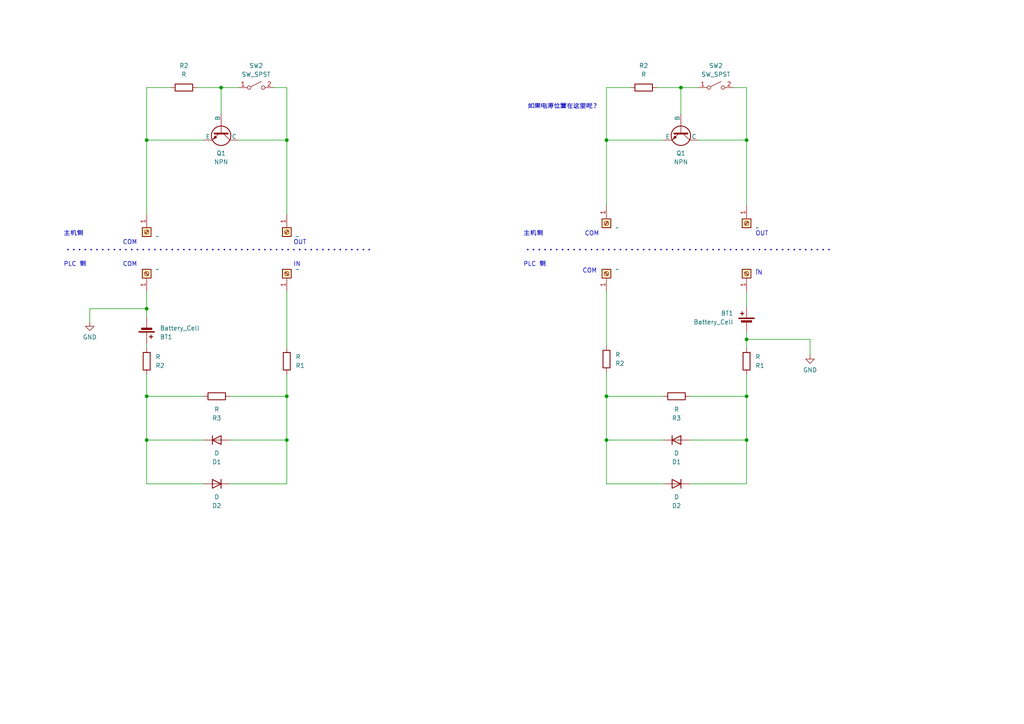
<source format=kicad_sch>
(kicad_sch (version 20230121) (generator eeschema)
  (paper "A4")
  (lib_symbols
    (symbol "Connector:Screw_Terminal_01x01" (pin_names (offset 1.016) hide)
      (property "Reference" "J" (at 0 2.54 0))
      (property "Value" "Screw_Terminal_01x01" (at 0 -2.54 0))
      (symbol "Screw_Terminal_01x01_1_1"
        (rectangle (start -1.27 1.27) (end 1.27 -1.27) (stroke (width 0.254)) (fill (type background)))
        (polyline (pts (xy -0.5334 0.3302) (xy 0.3302 -0.508)) (stroke (width 0.1524)))
        (polyline (pts (xy -0.3556 0.508) (xy 0.508 -0.3302)) (stroke (width 0.1524)))
        (circle (center 0 0) (radius 0.635) (stroke (width 0.1524)))
        (pin passive line (at -5.08 0 0) (length 3.81) (name "Pin_1") (number "1"))
      )
    )
    (symbol "Device:Battery_Cell" (pin_numbers hide) (pin_names (offset 0) hide)
      (property "Reference" "BT" (at 2.54 2.54 0))
      (property "Value" "Battery_Cell" (at 2.54 0 0))
      (symbol "Battery_Cell_0_1"
        (rectangle (start -2.286 1.778) (end 2.286 1.524) (fill (type outline)))
        (rectangle (start -1.524 1.016) (end 1.524 0.508) (fill (type outline)))
        (polyline (pts (xy 0 0.762) (xy 0 0)))
        (polyline (pts (xy 0 1.778) (xy 0 2.54)))
        (polyline (pts (xy 0.762 3.048) (xy 1.778 3.048)) (stroke (width 0.254)))
        (polyline (pts (xy 1.27 3.556) (xy 1.27 2.54)) (stroke (width 0.254)))
      )
      (symbol "Battery_Cell_1_1"
        (pin passive line (at 0 5.08 270) (length 2.54) (name "+") (number "1"))
        (pin passive line (at 0 -2.54 90) (length 2.54) (name "-") (number "2"))
      )
    )
    (symbol "Device:D" (pin_numbers hide) (pin_names (offset 1.016) hide)
      (property "Reference" "D" (at 0 2.54 0))
      (property "Value" "D" (at 0 -2.54 0))
      (symbol "D_0_1"
        (polyline (pts (xy -1.27 1.27) (xy -1.27 -1.27)) (stroke (width 0.254)))
        (polyline (pts (xy 1.27 0) (xy -1.27 0)))
        (polyline (pts (xy 1.27 1.27) (xy 1.27 -1.27) (xy -1.27 0) (xy 1.27 1.27)) (stroke (width 0.254)))
      )
      (symbol "D_1_1"
        (pin passive line (at -3.81 0 0) (length 2.54) (name "K") (number "1"))
        (pin passive line (at 3.81 0 180) (length 2.54) (name "A") (number "2"))
      )
    )
    (symbol "Device:R" (pin_numbers hide) (pin_names (offset 0))
      (property "Reference" "R" (at 2.032 0 90))
      (property "Value" "R" (at 0 0 90))
      (symbol "R_0_1"
        (rectangle (start -1.016 -2.54) (end 1.016 2.54) (stroke (width 0.254)))
      )
      (symbol "R_1_1"
        (pin passive line (at 0 3.81 270) (length 1.27) (name "~") (number "1"))
        (pin passive line (at 0 -3.81 90) (length 1.27) (name "~") (number "2"))
      )
    )
    (symbol "Simulation_SPICE:NPN" (pin_numbers hide) (pin_names (offset 0))
      (property "Reference" "Q" (at -2.54 7.62 0))
      (property "Value" "NPN" (at -2.54 5.08 0))
      (symbol "NPN_0_1"
        (polyline (pts (xy -2.54 0) (xy 0.635 0)) (stroke (width 0.1524)))
        (polyline (pts (xy 0.635 0.635) (xy 2.54 2.54)))
        (polyline (pts (xy 2.794 -1.27) (xy 2.794 -1.27)) (stroke (width 0.1524)))
        (polyline (pts (xy 2.794 -1.27) (xy 2.794 -1.27)) (stroke (width 0.1524)))
        (polyline (pts (xy 0.635 -0.635) (xy 2.54 -2.54) (xy 2.54 -2.54)))
        (polyline (pts (xy 0.635 1.905) (xy 0.635 -1.905) (xy 0.635 -1.905)) (stroke (width 0.508)))
        (polyline (pts (xy 1.27 -1.778) (xy 1.778 -1.27) (xy 2.286 -2.286) (xy 1.27 -1.778) (xy 1.27 -1.778)) (fill (type outline)))
        (circle (center 1.27 0) (radius 2.8194) (stroke (width 0.254)))
      )
      (symbol "NPN_1_1"
        (pin open_collector line (at 2.54 5.08 270) (length 2.54) (name "C") (number "1"))
        (pin input line (at -5.08 0 0) (length 2.54) (name "B") (number "2"))
        (pin open_emitter line (at 2.54 -5.08 90) (length 2.54) (name "E") (number "3"))
      )
    )
    (symbol "Switch:SW_SPST" (pin_names (offset 0) hide)
      (property "Reference" "SW" (at 0 3.175 0))
      (property "Value" "SW_SPST" (at 0 -2.54 0))
      (symbol "SW_SPST_0_0"
        (circle (center -2.032 0) (radius 0.508))
        (polyline (pts (xy -1.524 0.254) (xy 1.524 1.778)))
        (circle (center 2.032 0) (radius 0.508))
      )
      (symbol "SW_SPST_1_1"
        (pin passive line (at -5.08 0 0) (length 2.54) (name "A") (number "1"))
        (pin passive line (at 5.08 0 180) (length 2.54) (name "B") (number "2"))
      )
    )
    (symbol "power:GND" (power) (pin_names (offset 0))
      (property "Value" "GND" (at 0 -3.81 0))
      (symbol "GND_0_1"
        (polyline (pts (xy 0 0) (xy 0 -1.27) (xy 1.27 -1.27) (xy 0 -2.54) (xy -1.27 -1.27) (xy 0 -1.27)))
      )
      (symbol "GND_1_1"
        (pin power_in line (at 0 0 270) (length 0) hide (name "GND") (number "1"))
      )
    )
  )
  (junction (at 175.895 114.935))
  (junction (at 175.895 40.64))
  (junction (at 42.545 114.935))
  (junction (at 42.545 40.64))
  (junction (at 216.535 98.425))
  (junction (at 42.545 89.535))
  (junction (at 64.135 25.4))
  (junction (at 197.485 25.4))
  (junction (at 216.535 114.935))
  (junction (at 216.535 40.64))
  (junction (at 83.185 127.635))
  (junction (at 216.535 127.635))
  (junction (at 83.185 114.935))
  (junction (at 175.895 127.635))
  (junction (at 42.545 127.635))
  (junction (at 83.185 40.64))
  (wire (pts (xy 83.185 40.64) (xy 83.185 62.23)))
  (wire (pts (xy 42.545 114.935) (xy 59.055 114.935)))
  (wire (pts (xy 200.025 140.335) (xy 216.535 140.335)))
  (wire (pts (xy 216.535 98.425) (xy 216.535 96.52)))
  (wire (pts (xy 59.055 40.64) (xy 42.545 40.64)))
  (polyline (pts (xy 19.685 72.39) (xy 108.585 72.39)) (stroke (width 0.4) (type dot)))
  (wire (pts (xy 234.95 98.425) (xy 216.535 98.425)))
  (wire (pts (xy 42.545 25.4) (xy 42.545 40.64)))
  (wire (pts (xy 175.895 140.335) (xy 175.895 127.635)))
  (wire (pts (xy 212.725 25.4) (xy 216.535 25.4)))
  (wire (pts (xy 83.185 114.935) (xy 83.185 108.585)))
  (wire (pts (xy 69.215 40.64) (xy 83.185 40.64)))
  (wire (pts (xy 197.485 25.4) (xy 202.565 25.4)))
  (wire (pts (xy 42.545 40.64) (xy 42.545 62.23)))
  (wire (pts (xy 216.535 40.64) (xy 216.535 59.69)))
  (wire (pts (xy 59.055 140.335) (xy 42.545 140.335)))
  (wire (pts (xy 42.545 99.695) (xy 42.545 100.965)))
  (wire (pts (xy 192.405 140.335) (xy 175.895 140.335)))
  (wire (pts (xy 83.185 127.635) (xy 83.185 114.935)))
  (wire (pts (xy 216.535 140.335) (xy 216.535 127.635)))
  (wire (pts (xy 197.485 33.02) (xy 197.485 25.4)))
  (wire (pts (xy 26.035 93.345) (xy 26.035 89.535)))
  (wire (pts (xy 216.535 98.425) (xy 216.535 100.965)))
  (wire (pts (xy 64.135 25.4) (xy 69.215 25.4)))
  (wire (pts (xy 216.535 127.635) (xy 216.535 114.935)))
  (wire (pts (xy 59.055 127.635) (xy 42.545 127.635)))
  (wire (pts (xy 42.545 25.4) (xy 49.53 25.4)))
  (wire (pts (xy 192.405 127.635) (xy 175.895 127.635)))
  (wire (pts (xy 175.895 114.935) (xy 192.405 114.935)))
  (wire (pts (xy 175.895 25.4) (xy 182.88 25.4)))
  (wire (pts (xy 26.035 89.535) (xy 42.545 89.535)))
  (wire (pts (xy 42.545 127.635) (xy 42.545 114.935)))
  (wire (pts (xy 42.545 108.585) (xy 42.545 114.935)))
  (wire (pts (xy 83.185 140.335) (xy 83.185 127.635)))
  (wire (pts (xy 200.025 127.635) (xy 216.535 127.635)))
  (wire (pts (xy 234.95 98.425) (xy 234.95 102.87)))
  (wire (pts (xy 42.545 140.335) (xy 42.545 127.635)))
  (wire (pts (xy 216.535 114.935) (xy 216.535 108.585)))
  (wire (pts (xy 64.135 33.02) (xy 64.135 25.4)))
  (wire (pts (xy 175.895 40.64) (xy 175.895 59.69)))
  (wire (pts (xy 42.545 89.535) (xy 42.545 84.455)))
  (wire (pts (xy 216.535 25.4) (xy 216.535 40.64)))
  (wire (pts (xy 175.895 25.4) (xy 175.895 40.64)))
  (wire (pts (xy 200.025 114.935) (xy 216.535 114.935)))
  (polyline (pts (xy 153.035 72.39) (xy 241.935 72.39)) (stroke (width 0.4) (type dot)))
  (wire (pts (xy 216.535 88.9) (xy 216.535 84.455)))
  (wire (pts (xy 66.675 114.935) (xy 83.185 114.935)))
  (wire (pts (xy 66.675 140.335) (xy 83.185 140.335)))
  (wire (pts (xy 66.675 127.635) (xy 83.185 127.635)))
  (wire (pts (xy 192.405 40.64) (xy 175.895 40.64)))
  (wire (pts (xy 175.895 84.455) (xy 175.895 100.33)))
  (wire (pts (xy 175.895 127.635) (xy 175.895 114.935)))
  (wire (pts (xy 83.185 84.455) (xy 83.185 100.965)))
  (wire (pts (xy 190.5 25.4) (xy 197.485 25.4)))
  (wire (pts (xy 83.185 25.4) (xy 83.185 40.64)))
  (wire (pts (xy 202.565 40.64) (xy 216.535 40.64)))
  (wire (pts (xy 175.895 107.95) (xy 175.895 114.935)))
  (wire (pts (xy 57.15 25.4) (xy 64.135 25.4)))
  (wire (pts (xy 42.545 92.075) (xy 42.545 89.535)))
  (wire (pts (xy 79.375 25.4) (xy 83.185 25.4)))
  (text "COM" (at 35.56 77.47 0) (effects (font (size 1.27 1.27)) (justify left bottom)))
  (text "COM" (at 168.91 79.375 0) (effects (font (size 1.27 1.27)) (justify left bottom)))
  (text "主机侧" (at 151.765 68.58 0) (effects (font (size 1.27 1.27)) (justify left bottom)))
  (text "IN" (at 219.075 80.01 0) (effects (font (size 1.27 1.27)) (justify left bottom)))
  (text "IN" (at 85.09 77.47 0) (effects (font (size 1.27 1.27)) (justify left bottom)))
  (text "COM" (at 35.56 71.12 0) (effects (font (size 1.27 1.27)) (justify left bottom)))
  (text "COM" (at 169.545 68.58 0) (effects (font (size 1.27 1.27)) (justify left bottom)))
  (text "如果电源位置在这里呢？" (at 153.035 31.75 0) (effects (font (size 1.27 1.27)) (justify left bottom)))
  (text "OUT\n" (at 219.075 68.58 0) (effects (font (size 1.27 1.27)) (justify left bottom)))
  (text "OUT\n" (at 85.09 71.12 0) (effects (font (size 1.27 1.27)) (justify left bottom)))
  (text "PLC 侧" (at 18.415 77.47 0) (effects (font (size 1.27 1.27)) (justify left bottom)))
  (text "主机侧" (at 18.415 68.58 0) (effects (font (size 1.27 1.27)) (justify left bottom)))
  (text "PLC 侧" (at 151.765 77.47 0) (effects (font (size 1.27 1.27)) (justify left bottom)))
  (symbol (lib_id "Device:D") (at 196.215 140.335 0) (mirror y) (unit 1)
    (property "Reference" "D2" (at 196.215 146.685 0))
    (property "Value" "D" (at 196.215 144.145 0))
    (property "Sim.Device" "D" (effects hide))
    (property "Sim.Pins" "1=K 2=A" (effects hide))
    (instances (project "SimpeIODiagram" (path "" (reference "D2") (unit 1)) (path "" (reference "D3") (unit 1)) (path "" (reference "D12") (unit 1))))
  )
  (symbol (lib_id "power:GND") (at 26.035 93.345 0) (unit 1)
    (property "Reference" "#PWR02" (effects hide))
    (property "Value" "GND" (at 26.035 97.79 0))
    (instances (project "SimpeIODiagram" (path "" (reference "#PWR02") (unit 1)) (path "" (reference "#PWR03") (unit 1))))
  )
  (symbol (lib_id "Device:D") (at 196.215 127.635 0) (mirror x) (unit 1)
    (property "Reference" "D1" (at 196.215 133.985 0))
    (property "Value" "D" (at 196.215 131.445 0))
    (property "Sim.Device" "D" (effects hide))
    (property "Sim.Pins" "1=K 2=A" (effects hide))
    (instances (project "SimpeIODiagram" (path "" (reference "D1") (unit 1)) (path "" (reference "D4") (unit 1)) (path "" (reference "D11") (unit 1))))
  )
  (symbol (lib_id "Connector:Screw_Terminal_01x01") (at 83.185 79.375 270) (mirror x) (unit 1)
    (property "Reference" "J15" (effects hide))
    (property "Value" "~" (at 85.725 78.105 90) (effects (justify left)))
    (instances (project "SimpeIODiagram" (path "" (reference "J15") (unit 1)) (path "" (reference "J22") (unit 1))))
  )
  (symbol (lib_id "Connector:Screw_Terminal_01x01") (at 42.545 67.31 270) (unit 1)
    (property "Reference" "J11" (effects hide))
    (property "Value" "~" (at 45.085 68.58 90) (effects (justify left)))
    (instances (project "SimpeIODiagram" (path "" (reference "J11") (unit 1)) (path "" (reference "J29") (unit 1))))
  )
  (symbol (lib_id "Connector:Screw_Terminal_01x01") (at 175.895 79.375 270) (mirror x) (unit 1)
    (property "Reference" "J11" (effects hide))
    (property "Value" "~" (at 178.435 78.105 90) (effects (justify left)))
    (instances (project "SimpeIODiagram" (path "" (reference "J11") (unit 1)) (path "" (reference "J17") (unit 1))))
  )
  (symbol (lib_id "Simulation_SPICE:NPN") (at 197.485 38.1 270) (unit 1)
    (property "Reference" "Q1" (at 197.485 44.45 90))
    (property "Value" "NPN" (at 197.485 46.99 90))
    (property "Sim.Device" "NPN" (effects hide))
    (property "Sim.Type" "GUMMELPOON" (effects hide))
    (property "Sim.Pins" "1=C 2=B 3=E" (effects hide))
    (instances (project "SimpeIODiagram" (path "" (reference "Q1") (unit 1)) (path "" (reference "Q1") (unit 1)) (path "" (reference "Q5") (unit 1))))
  )
  (symbol (lib_id "Device:R") (at 53.34 25.4 90) (unit 1)
    (property "Reference" "R2" (at 53.34 19.05 90))
    (property "Value" "R" (at 53.34 21.59 90))
    (instances (project "SimpeIODiagram" (path "" (reference "R2") (unit 1)) (path "" (reference "R31") (unit 1)) (path "" (reference "R15") (unit 1))))
  )
  (symbol (lib_id "Connector:Screw_Terminal_01x01") (at 175.895 64.77 270) (unit 1)
    (property "Reference" "J11" (effects hide))
    (property "Value" "~" (at 178.435 66.04 90) (effects (justify left)))
    (instances (project "SimpeIODiagram" (path "" (reference "J11") (unit 1)) (path "" (reference "J23") (unit 1))))
  )
  (symbol (lib_id "Switch:SW_SPST") (at 207.645 25.4 0) (unit 1)
    (property "Reference" "SW2" (at 207.645 19.05 0))
    (property "Value" "SW_SPST" (at 207.645 21.59 0))
    (instances (project "SimpeIODiagram" (path "" (reference "SW2") (unit 1)) (path "" (reference "SW2") (unit 1)) (path "" (reference "SW6") (unit 1))))
  )
  (symbol (lib_id "Device:D") (at 62.865 127.635 0) (mirror x) (unit 1)
    (property "Reference" "D1" (at 62.865 133.985 0))
    (property "Value" "D" (at 62.865 131.445 0))
    (property "Sim.Device" "D" (effects hide))
    (property "Sim.Pins" "1=K 2=A" (effects hide))
    (instances (project "SimpeIODiagram" (path "" (reference "D1") (unit 1)) (path "" (reference "D4") (unit 1)) (path "" (reference "D8") (unit 1))))
  )
  (symbol (lib_id "Connector:Screw_Terminal_01x01") (at 216.535 79.375 270) (mirror x) (unit 1)
    (property "Reference" "J15" (effects hide))
    (property "Value" "~" (at 219.075 78.105 90) (effects (justify left)))
    (instances (project "SimpeIODiagram" (path "" (reference "J15") (unit 1)) (path "" (reference "J18") (unit 1))))
  )
  (symbol (lib_id "Device:D") (at 62.865 140.335 0) (mirror y) (unit 1)
    (property "Reference" "D2" (at 62.865 146.685 0))
    (property "Value" "D" (at 62.865 144.145 0))
    (property "Sim.Device" "D" (effects hide))
    (property "Sim.Pins" "1=K 2=A" (effects hide))
    (instances (project "SimpeIODiagram" (path "" (reference "D2") (unit 1)) (path "" (reference "D3") (unit 1)) (path "" (reference "D7") (unit 1))))
  )
  (symbol (lib_id "Switch:SW_SPST") (at 74.295 25.4 0) (unit 1)
    (property "Reference" "SW2" (at 74.295 19.05 0))
    (property "Value" "SW_SPST" (at 74.295 21.59 0))
  )
  (symbol (lib_id "Simulation_SPICE:NPN") (at 64.135 38.1 270) (unit 1)
    (property "Reference" "Q1" (at 64.135 44.45 90))
    (property "Value" "NPN" (at 64.135 46.99 90))
    (property "Sim.Device" "NPN" (effects hide))
    (property "Sim.Type" "GUMMELPOON" (effects hide))
    (property "Sim.Pins" "1=C 2=B 3=E" (effects hide))
  )
  (symbol (lib_id "Device:R") (at 62.865 114.935 270) (mirror x) (unit 1)
    (property "Reference" "R3" (at 62.865 121.285 90))
    (property "Value" "R" (at 62.865 118.745 90))
    (instances (project "SimpeIODiagram" (path "" (reference "R3") (unit 1)) (path "" (reference "R6") (unit 1)) (path "" (reference "R13") (unit 1))))
  )
  (symbol (lib_id "Device:R") (at 196.215 114.935 270) (mirror x) (unit 1)
    (property "Reference" "R3" (at 196.215 121.285 90))
    (property "Value" "R" (at 196.215 118.745 90))
    (instances (project "SimpeIODiagram" (path "" (reference "R3") (unit 1)) (path "" (reference "R6") (unit 1)) (path "" (reference "R11") (unit 1))))
  )
  (symbol (lib_id "Device:R") (at 175.895 104.14 0) (mirror x) (unit 1)
    (property "Reference" "R2" (at 178.435 105.41 0) (effects (justify left)))
    (property "Value" "R" (at 178.435 102.87 0) (effects (justify left)))
    (instances (project "SimpeIODiagram" (path "" (reference "R2") (unit 1)) (path "" (reference "R5") (unit 1)) (path "" (reference "R4") (unit 1))))
  )
  (symbol (lib_id "Connector:Screw_Terminal_01x01") (at 216.535 64.77 270) (unit 1)
    (property "Reference" "J15" (effects hide))
    (property "Value" "~" (at 219.075 66.04 90) (effects (justify left)))
    (instances (project "SimpeIODiagram" (path "" (reference "J15") (unit 1)) (path "" (reference "J24") (unit 1))))
  )
  (symbol (lib_id "Device:R") (at 216.535 104.775 0) (mirror x) (unit 1)
    (property "Reference" "R1" (at 219.075 106.045 0) (effects (justify left)))
    (property "Value" "R" (at 219.075 103.505 0) (effects (justify left)))
    (instances (project "SimpeIODiagram" (path "" (reference "R1") (unit 1)) (path "" (reference "R7") (unit 1)) (path "" (reference "R18") (unit 1))))
  )
  (symbol (lib_id "Connector:Screw_Terminal_01x01") (at 83.185 67.31 270) (unit 1)
    (property "Reference" "J15" (effects hide))
    (property "Value" "~" (at 85.725 68.58 90) (effects (justify left)))
    (instances (project "SimpeIODiagram" (path "" (reference "J15") (unit 1)) (path "" (reference "J30") (unit 1))))
  )
  (symbol (lib_id "Connector:Screw_Terminal_01x01") (at 42.545 79.375 270) (mirror x) (unit 1)
    (property "Reference" "J11" (effects hide))
    (property "Value" "~" (at 45.085 78.105 90) (effects (justify left)))
    (instances (project "SimpeIODiagram" (path "" (reference "J11") (unit 1)) (path "" (reference "J19") (unit 1))))
  )
  (symbol (lib_id "Device:R") (at 42.545 104.775 0) (mirror x) (unit 1)
    (property "Reference" "R2" (at 45.085 106.045 0) (effects (justify left)))
    (property "Value" "R" (at 45.085 103.505 0) (effects (justify left)))
    (instances (project "SimpeIODiagram" (path "" (reference "R2") (unit 1)) (path "" (reference "R5") (unit 1)) (path "" (reference "R12") (unit 1))))
  )
  (symbol (lib_id "Device:Battery_Cell") (at 216.535 93.98 0) (mirror y) (unit 1)
    (property "Reference" "BT1" (at 212.725 90.8685 0) (effects (justify left)))
    (property "Value" "Battery_Cell" (at 212.725 93.4085 0) (effects (justify left)))
    (instances (project "SimpeIODiagram" (path "" (reference "BT1") (unit 1)) (path "" (reference "BT3") (unit 1)) (path "" (reference "BT2") (unit 1))))
  )
  (symbol (lib_id "power:GND") (at 234.95 102.87 0) (unit 1)
    (property "Reference" "#PWR02" (effects hide))
    (property "Value" "GND" (at 234.95 107.315 0))
    (instances (project "SimpeIODiagram" (path "" (reference "#PWR02") (unit 1)) (path "" (reference "#PWR05") (unit 1))))
  )
  (symbol (lib_id "Device:Battery_Cell") (at 42.545 94.615 0) (mirror x) (unit 1)
    (property "Reference" "BT1" (at 46.355 97.7265 0) (effects (justify left)))
    (property "Value" "Battery_Cell" (at 46.355 95.1865 0) (effects (justify left)))
    (instances (project "SimpeIODiagram" (path "" (reference "BT1") (unit 1)) (path "" (reference "BT3") (unit 1)) (path "" (reference "BT6") (unit 1))))
  )
  (symbol (lib_id "Device:R") (at 186.69 25.4 90) (unit 1)
    (property "Reference" "R2" (at 186.69 19.05 90))
    (property "Value" "R" (at 186.69 21.59 90))
    (instances (project "SimpeIODiagram" (path "" (reference "R2") (unit 1)) (path "" (reference "R31") (unit 1)) (path "" (reference "R16") (unit 1))))
  )
  (symbol (lib_id "Device:R") (at 83.185 104.775 0) (mirror x) (unit 1)
    (property "Reference" "R1" (at 85.725 106.045 0) (effects (justify left)))
    (property "Value" "R" (at 85.725 103.505 0) (effects (justify left)))
    (instances (project "SimpeIODiagram" (path "" (reference "R1") (unit 1)) (path "" (reference "R7") (unit 1)) (path "" (reference "R14") (unit 1))))
  )
)
</source>
